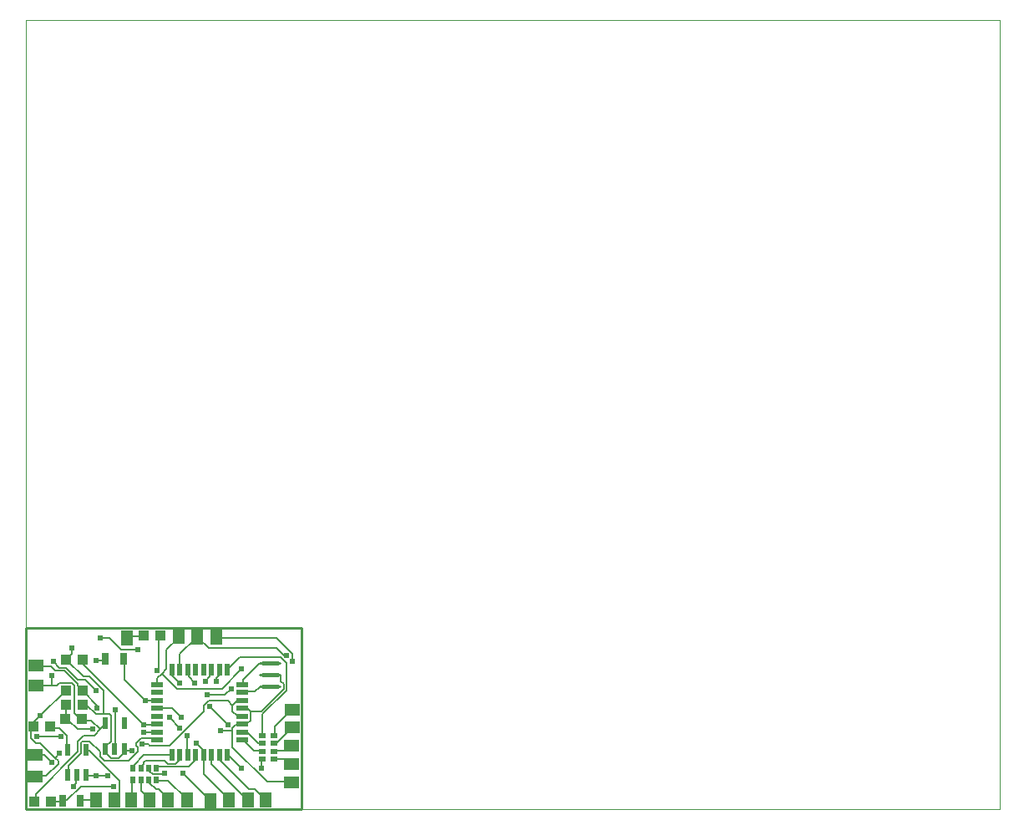
<source format=gtl>
G75*
%MOIN*%
%OFA0B0*%
%FSLAX25Y25*%
%IPPOS*%
%LPD*%
%AMOC8*
5,1,8,0,0,1.08239X$1,22.5*
%
%ADD10C,0.00000*%
%ADD11C,0.01000*%
%ADD12R,0.04331X0.03937*%
%ADD13R,0.06000X0.05000*%
%ADD14R,0.05000X0.06000*%
%ADD15R,0.03150X0.04724*%
%ADD16R,0.02559X0.01969*%
%ADD17R,0.01969X0.02559*%
%ADD18R,0.02165X0.04724*%
%ADD19R,0.05000X0.02200*%
%ADD20R,0.02200X0.05000*%
%ADD21C,0.01772*%
%ADD22C,0.00600*%
%ADD23C,0.02400*%
D10*
X0003724Y0076963D02*
X0003724Y0319546D01*
X0392425Y0319546D01*
X0392425Y0004586D01*
X0113761Y0004586D01*
D11*
X0003724Y0004586D02*
X0003724Y0076963D01*
X0113761Y0076963D01*
X0113761Y0004586D01*
X0003724Y0004586D01*
X0097236Y0053485D02*
X0101236Y0053485D01*
X0105236Y0053485D01*
X0105236Y0058210D02*
X0101236Y0058210D01*
X0097236Y0058210D01*
X0097236Y0062934D02*
X0101236Y0062934D01*
X0105236Y0062934D01*
D12*
X0057521Y0073899D03*
X0050828Y0073899D03*
X0026470Y0064186D03*
X0019778Y0064186D03*
X0019778Y0051786D03*
X0026470Y0051786D03*
X0026411Y0046046D03*
X0019718Y0046046D03*
X0019565Y0040379D03*
X0013470Y0037386D03*
X0006778Y0037386D03*
X0026258Y0040379D03*
X0013942Y0007500D03*
X0007249Y0007500D03*
D13*
X0007524Y0017386D03*
X0007524Y0026186D03*
X0007724Y0053786D03*
X0007724Y0061986D03*
X0110124Y0044225D03*
X0110124Y0037045D03*
X0109960Y0029917D03*
X0109924Y0022425D03*
X0109963Y0015300D03*
D14*
X0099623Y0008113D03*
X0092494Y0008159D03*
X0084888Y0008200D03*
X0077523Y0007999D03*
X0068194Y0008236D03*
X0060544Y0008186D03*
X0053227Y0008213D03*
X0045975Y0008276D03*
X0039006Y0008222D03*
X0031778Y0008213D03*
X0044143Y0072998D03*
X0064737Y0073489D03*
X0072177Y0073330D03*
X0079746Y0073183D03*
D15*
X0042667Y0064386D03*
X0035581Y0064386D03*
X0025560Y0007862D03*
X0018473Y0007862D03*
D16*
X0098063Y0024461D03*
X0098063Y0027611D03*
X0098063Y0030761D03*
X0098063Y0033910D03*
X0102985Y0033910D03*
X0102985Y0030761D03*
X0102985Y0027611D03*
X0102985Y0024461D03*
D17*
X0055977Y0021013D03*
X0052828Y0021013D03*
X0049678Y0021013D03*
X0046529Y0021013D03*
X0046529Y0016092D03*
X0049678Y0016092D03*
X0052828Y0016092D03*
X0055977Y0016092D03*
D18*
X0043064Y0028467D03*
X0039324Y0028467D03*
X0035584Y0028467D03*
X0027864Y0028304D03*
X0020384Y0028304D03*
X0020384Y0018067D03*
X0024124Y0018067D03*
X0027864Y0018067D03*
X0035584Y0038704D03*
X0043064Y0038704D03*
D19*
X0056296Y0038492D03*
X0056296Y0035343D03*
X0056296Y0032193D03*
X0056296Y0041642D03*
X0056296Y0044791D03*
X0056296Y0047941D03*
X0056296Y0051091D03*
X0056296Y0054240D03*
X0090096Y0054240D03*
X0090096Y0051091D03*
X0090096Y0047941D03*
X0090096Y0044791D03*
X0090096Y0041642D03*
X0090096Y0038492D03*
X0090096Y0035343D03*
X0090096Y0032193D03*
D20*
X0084220Y0026317D03*
X0081070Y0026317D03*
X0077921Y0026317D03*
X0074771Y0026317D03*
X0071621Y0026317D03*
X0068472Y0026317D03*
X0065322Y0026317D03*
X0062173Y0026317D03*
X0062173Y0060117D03*
X0065322Y0060117D03*
X0068472Y0060117D03*
X0071621Y0060117D03*
X0074771Y0060117D03*
X0077921Y0060117D03*
X0081070Y0060117D03*
X0084220Y0060117D03*
D21*
X0098372Y0058210D02*
X0104100Y0058210D01*
X0104100Y0062934D02*
X0098372Y0062934D01*
X0098372Y0053485D02*
X0104100Y0053485D01*
D22*
X0105524Y0055586D02*
X0106724Y0054386D01*
X0106724Y0052586D01*
X0097724Y0043586D01*
X0093524Y0043586D01*
X0092324Y0044786D01*
X0090524Y0044786D01*
X0090096Y0044791D01*
X0089924Y0047786D02*
X0090096Y0047941D01*
X0089924Y0047786D02*
X0088124Y0047786D01*
X0086324Y0045986D01*
X0084524Y0047786D01*
X0076724Y0047786D01*
X0074924Y0045986D01*
X0074924Y0043586D01*
X0061124Y0029786D01*
X0053324Y0029786D01*
X0052724Y0030386D01*
X0050324Y0030386D01*
X0048524Y0029186D02*
X0047924Y0029786D01*
X0047924Y0030986D01*
X0049724Y0032786D01*
X0055724Y0032786D01*
X0056296Y0032193D01*
X0055724Y0035186D02*
X0056296Y0035343D01*
X0055724Y0035186D02*
X0050924Y0035186D01*
X0050924Y0038186D02*
X0026924Y0062186D01*
X0026924Y0063986D01*
X0026470Y0064186D01*
X0022124Y0066386D02*
X0022124Y0068786D01*
X0022124Y0066386D02*
X0020324Y0064586D01*
X0019778Y0064186D01*
X0020324Y0063986D01*
X0026924Y0057386D01*
X0029324Y0057386D01*
X0034724Y0051986D01*
X0034724Y0042386D01*
X0031724Y0042386D01*
X0028124Y0045986D01*
X0026924Y0045986D01*
X0026411Y0046046D01*
X0023324Y0042986D02*
X0025724Y0040586D01*
X0026258Y0040379D01*
X0026324Y0039986D01*
X0029924Y0039986D01*
X0033524Y0036386D01*
X0031124Y0033986D01*
X0026924Y0033986D01*
X0024524Y0031586D01*
X0024524Y0027386D01*
X0007724Y0010586D01*
X0007724Y0007586D01*
X0007249Y0007500D01*
X0013942Y0007500D02*
X0014324Y0007586D01*
X0017924Y0007586D01*
X0018473Y0007862D01*
X0018524Y0008186D01*
X0020324Y0008186D01*
X0025724Y0013586D01*
X0038924Y0013586D01*
X0041324Y0015986D02*
X0041324Y0010586D01*
X0039524Y0008786D01*
X0039006Y0008222D01*
X0031778Y0008213D02*
X0031724Y0008186D01*
X0025724Y0008186D01*
X0025560Y0007862D01*
X0022724Y0013586D02*
X0023924Y0014786D01*
X0023924Y0017786D01*
X0024124Y0018067D01*
X0020924Y0018386D02*
X0020924Y0021986D01*
X0025724Y0026786D01*
X0025724Y0030986D01*
X0026324Y0031586D01*
X0029324Y0031586D01*
X0033524Y0027386D01*
X0033524Y0025586D01*
X0035324Y0023786D01*
X0044924Y0023786D01*
X0048524Y0027386D01*
X0048524Y0029186D01*
X0046124Y0027986D02*
X0043724Y0027986D01*
X0043064Y0028467D01*
X0043124Y0027986D01*
X0043724Y0027986D01*
X0040724Y0024986D01*
X0037724Y0024986D01*
X0035924Y0026786D01*
X0035924Y0027986D01*
X0035584Y0028467D01*
X0035924Y0028586D01*
X0035924Y0029786D01*
X0037724Y0031586D01*
X0037724Y0041786D01*
X0037124Y0042386D01*
X0034724Y0042386D01*
X0032324Y0044786D02*
X0032324Y0045986D01*
X0026924Y0051386D01*
X0026470Y0051786D01*
X0026324Y0051986D01*
X0024524Y0053786D01*
X0024524Y0054386D01*
X0019124Y0059786D01*
X0015524Y0059786D01*
X0013724Y0061586D01*
X0007724Y0061586D01*
X0007724Y0061986D01*
X0014924Y0063386D02*
X0017324Y0060986D01*
X0019724Y0060986D01*
X0024524Y0056186D01*
X0027524Y0056186D01*
X0031724Y0051986D01*
X0043124Y0056186D02*
X0051524Y0047786D01*
X0055724Y0047786D01*
X0056296Y0047941D01*
X0056296Y0044791D02*
X0056324Y0044786D01*
X0062324Y0044786D01*
X0065924Y0041186D01*
X0065324Y0036986D02*
X0061124Y0041186D01*
X0056296Y0038492D02*
X0055724Y0038186D01*
X0050924Y0038186D01*
X0039524Y0044186D02*
X0039524Y0028586D01*
X0039324Y0028467D01*
X0046724Y0021986D02*
X0050924Y0026186D01*
X0061724Y0026186D01*
X0062173Y0026317D01*
X0064724Y0026186D02*
X0064724Y0023786D01*
X0063524Y0022586D01*
X0060524Y0022586D01*
X0059324Y0023786D01*
X0051524Y0023786D01*
X0050924Y0023186D01*
X0050924Y0022586D01*
X0049724Y0021386D01*
X0049678Y0021013D01*
X0046724Y0021386D02*
X0046529Y0021013D01*
X0046724Y0021386D02*
X0046724Y0021986D01*
X0046529Y0016092D02*
X0046124Y0015986D01*
X0046124Y0008786D01*
X0045975Y0008276D01*
X0049724Y0011786D02*
X0052724Y0008786D01*
X0053227Y0008213D01*
X0055724Y0012386D02*
X0056924Y0012386D01*
X0060524Y0008786D01*
X0060544Y0008186D01*
X0055724Y0012386D02*
X0053324Y0014786D01*
X0053324Y0015986D01*
X0052828Y0016092D01*
X0054524Y0018386D02*
X0058724Y0018386D01*
X0059324Y0018986D01*
X0060524Y0015986D02*
X0056324Y0015986D01*
X0055977Y0016092D01*
X0054524Y0018386D02*
X0053324Y0019586D01*
X0053324Y0020786D01*
X0052828Y0021013D01*
X0055977Y0021013D02*
X0056324Y0021386D01*
X0068924Y0021386D01*
X0071324Y0023786D01*
X0071324Y0026186D01*
X0071621Y0026317D01*
X0074324Y0026786D02*
X0074771Y0026317D01*
X0074924Y0026186D01*
X0074924Y0018386D01*
X0084524Y0008786D01*
X0084888Y0008200D01*
X0077523Y0007999D02*
X0077324Y0008186D01*
X0066524Y0018986D01*
X0060524Y0015986D02*
X0067724Y0008786D01*
X0068194Y0008236D01*
X0077924Y0022586D02*
X0092324Y0008186D01*
X0092494Y0008159D01*
X0092924Y0012386D02*
X0095324Y0012386D01*
X0099524Y0008186D01*
X0099623Y0008113D01*
X0100124Y0015386D02*
X0086324Y0029186D01*
X0086324Y0035786D01*
X0081524Y0035786D01*
X0084524Y0038186D02*
X0077324Y0045386D01*
X0076124Y0050186D02*
X0083324Y0050186D01*
X0085724Y0052586D01*
X0082124Y0052586D02*
X0064124Y0052586D01*
X0058124Y0058586D01*
X0056324Y0056786D01*
X0056324Y0054386D01*
X0056296Y0054240D01*
X0058124Y0058586D02*
X0059924Y0060386D01*
X0059924Y0068186D01*
X0064724Y0072986D01*
X0064737Y0073489D01*
X0065324Y0066386D02*
X0071924Y0072986D01*
X0072177Y0073330D01*
X0072524Y0072986D01*
X0076724Y0068786D01*
X0103724Y0068786D01*
X0106724Y0065786D01*
X0107924Y0065786D01*
X0110324Y0066386D02*
X0110324Y0063386D01*
X0107924Y0062786D02*
X0105524Y0065186D01*
X0089324Y0065186D01*
X0084524Y0060386D01*
X0084220Y0060117D01*
X0081070Y0060117D02*
X0080924Y0059786D01*
X0080924Y0057986D01*
X0079724Y0056786D01*
X0079724Y0055586D01*
X0077324Y0057386D02*
X0077324Y0059786D01*
X0077921Y0060117D01*
X0077324Y0057386D02*
X0075524Y0055586D01*
X0071324Y0054986D02*
X0068924Y0057386D01*
X0068924Y0059786D01*
X0068472Y0060117D01*
X0065322Y0060117D02*
X0065324Y0060386D01*
X0065324Y0066386D01*
X0062173Y0060117D02*
X0062324Y0059786D01*
X0062324Y0057986D01*
X0065324Y0054986D01*
X0056924Y0060386D02*
X0056324Y0059786D01*
X0056924Y0060386D02*
X0056924Y0073586D01*
X0057521Y0073899D01*
X0050828Y0073899D02*
X0050324Y0073586D01*
X0044324Y0073586D01*
X0044143Y0072998D01*
X0041924Y0068186D02*
X0048524Y0068186D01*
X0041924Y0068186D02*
X0037124Y0072986D01*
X0033524Y0072986D01*
X0035581Y0064386D02*
X0035324Y0063986D01*
X0031724Y0063986D01*
X0042667Y0064386D02*
X0043124Y0063986D01*
X0043124Y0056186D01*
X0035584Y0038704D02*
X0035324Y0038186D01*
X0033524Y0036386D01*
X0030524Y0036386D02*
X0024524Y0036386D01*
X0020924Y0039986D01*
X0019724Y0039986D01*
X0019565Y0040379D01*
X0019724Y0040586D01*
X0019724Y0045986D01*
X0019718Y0046046D01*
X0023324Y0042986D02*
X0023324Y0053786D01*
X0022124Y0054986D01*
X0017324Y0054986D01*
X0016124Y0053786D01*
X0014324Y0053786D01*
X0014324Y0057986D01*
X0014324Y0053786D02*
X0007724Y0053786D01*
X0019724Y0051986D02*
X0009524Y0041786D01*
X0007124Y0039386D01*
X0007124Y0037586D01*
X0006778Y0037386D01*
X0006524Y0036986D01*
X0005924Y0036386D01*
X0005924Y0032786D01*
X0007724Y0030986D01*
X0009524Y0030986D01*
X0015524Y0024986D01*
X0017324Y0026786D01*
X0015524Y0024986D02*
X0016724Y0023786D01*
X0016724Y0022586D01*
X0011924Y0017786D01*
X0007724Y0017786D01*
X0007524Y0017386D01*
X0014324Y0023186D02*
X0011324Y0026186D01*
X0007524Y0026186D01*
X0008324Y0033386D02*
X0017924Y0033386D01*
X0020324Y0033986D02*
X0017324Y0036986D01*
X0013724Y0036986D01*
X0013470Y0037386D01*
X0020324Y0033986D02*
X0020324Y0028586D01*
X0020384Y0028304D01*
X0027864Y0028304D02*
X0028124Y0027986D01*
X0029324Y0027986D01*
X0041324Y0015986D01*
X0036524Y0017786D02*
X0031724Y0017786D01*
X0028124Y0017786D01*
X0027864Y0018067D01*
X0020924Y0018386D02*
X0020384Y0018067D01*
X0049678Y0016092D02*
X0049724Y0015986D01*
X0049724Y0011786D01*
X0064724Y0026186D02*
X0065322Y0026317D01*
X0068324Y0026786D02*
X0068472Y0026317D01*
X0068324Y0026786D02*
X0068324Y0033986D01*
X0071924Y0030986D02*
X0074324Y0028586D01*
X0074324Y0026786D01*
X0077921Y0026317D02*
X0077924Y0026186D01*
X0077924Y0022586D01*
X0081524Y0023786D02*
X0081524Y0026186D01*
X0081070Y0026317D01*
X0081524Y0023786D02*
X0092924Y0012386D01*
X0100124Y0015386D02*
X0109724Y0015386D01*
X0109963Y0015300D01*
X0109924Y0022425D02*
X0109724Y0022586D01*
X0107924Y0024386D01*
X0103124Y0024386D01*
X0102985Y0024461D01*
X0102985Y0027611D02*
X0103124Y0027986D01*
X0107924Y0027986D01*
X0109724Y0029786D01*
X0109960Y0029917D01*
X0103724Y0030986D02*
X0109724Y0036986D01*
X0110124Y0037045D01*
X0103124Y0037586D02*
X0103124Y0033986D01*
X0102985Y0033910D01*
X0103124Y0030986D02*
X0102985Y0030761D01*
X0103124Y0030986D02*
X0103724Y0030986D01*
X0098063Y0030761D02*
X0097724Y0030986D01*
X0096524Y0030986D01*
X0092324Y0035186D01*
X0090524Y0035186D01*
X0090096Y0035343D01*
X0089924Y0038186D02*
X0090096Y0038492D01*
X0090524Y0038786D01*
X0092324Y0038786D01*
X0093524Y0039986D01*
X0093524Y0043586D01*
X0090096Y0041642D02*
X0089924Y0041786D01*
X0088124Y0041786D01*
X0086324Y0043586D01*
X0086324Y0045986D01*
X0090096Y0051091D02*
X0090524Y0051386D01*
X0095324Y0051386D01*
X0097124Y0053186D01*
X0097236Y0053485D01*
X0090524Y0054386D02*
X0090524Y0056186D01*
X0097124Y0062786D01*
X0097236Y0062934D01*
X0101236Y0058210D02*
X0105524Y0057986D01*
X0105524Y0055586D01*
X0107924Y0051986D02*
X0107924Y0062786D01*
X0110324Y0066386D02*
X0103724Y0072986D01*
X0080324Y0072986D01*
X0079746Y0073183D01*
X0089924Y0060386D02*
X0082124Y0052586D01*
X0090096Y0054240D02*
X0090524Y0054386D01*
X0098324Y0042386D02*
X0107924Y0051986D01*
X0109724Y0044186D02*
X0110124Y0044225D01*
X0109724Y0044186D02*
X0103124Y0037586D01*
X0098324Y0033986D02*
X0098324Y0042386D01*
X0089924Y0038186D02*
X0087524Y0038186D01*
X0086324Y0036986D01*
X0086324Y0035786D01*
X0090096Y0032193D02*
X0090524Y0032186D01*
X0094724Y0027986D01*
X0097724Y0027986D01*
X0098063Y0027611D01*
X0098063Y0024461D02*
X0097724Y0024386D01*
X0097724Y0020786D01*
X0089924Y0020786D02*
X0084524Y0026186D01*
X0084220Y0026317D01*
X0098063Y0033910D02*
X0098324Y0033986D01*
X0019778Y0051786D02*
X0019724Y0051986D01*
D23*
X0014324Y0057986D03*
X0014924Y0063386D03*
X0022124Y0068786D03*
X0031724Y0063986D03*
X0033524Y0072986D03*
X0048524Y0068186D03*
X0056324Y0059786D03*
X0065324Y0054986D03*
X0071324Y0054986D03*
X0075524Y0055586D03*
X0079724Y0055586D03*
X0085724Y0052586D03*
X0089924Y0060386D03*
X0076124Y0050186D03*
X0077324Y0045386D03*
X0084524Y0038186D03*
X0081524Y0035786D03*
X0071924Y0030986D03*
X0068324Y0033986D03*
X0065324Y0036986D03*
X0065924Y0041186D03*
X0061124Y0041186D03*
X0051524Y0047786D03*
X0050924Y0038186D03*
X0050924Y0035186D03*
X0050324Y0030386D03*
X0046124Y0027986D03*
X0036524Y0017786D03*
X0031724Y0017786D03*
X0038924Y0013586D03*
X0022724Y0013586D03*
X0014324Y0023186D03*
X0017324Y0026786D03*
X0017924Y0033386D03*
X0008324Y0033386D03*
X0009524Y0041786D03*
X0030524Y0036386D03*
X0032324Y0044786D03*
X0039524Y0044186D03*
X0031724Y0051986D03*
X0059324Y0018986D03*
X0066524Y0018986D03*
X0089924Y0020786D03*
X0097724Y0020786D03*
X0110324Y0063386D03*
X0107924Y0065786D03*
M02*

</source>
